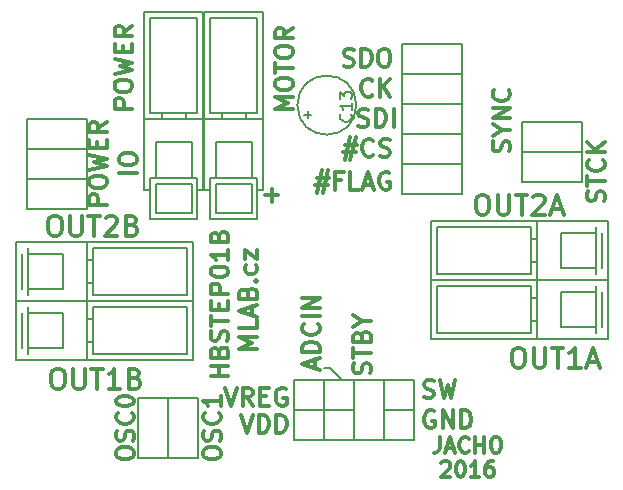
<source format=gbr>
G04 #@! TF.GenerationSoftware,KiCad,Pcbnew,(2017-02-05 revision 431abcf)-makepkg*
G04 #@! TF.CreationDate,2017-03-21T18:26:52+01:00*
G04 #@! TF.ProjectId,HBSTEP01B,4842535445503031422E6B696361645F,rev?*
G04 #@! TF.FileFunction,Legend,Top*
G04 #@! TF.FilePolarity,Positive*
%FSLAX46Y46*%
G04 Gerber Fmt 4.6, Leading zero omitted, Abs format (unit mm)*
G04 Created by KiCad (PCBNEW (2017-02-05 revision 431abcf)-makepkg) date 03/21/17 18:26:52*
%MOMM*%
%LPD*%
G01*
G04 APERTURE LIST*
%ADD10C,0.300000*%
%ADD11C,0.200000*%
%ADD12C,0.150000*%
G04 APERTURE END LIST*
D10*
D11*
X26924000Y10160000D02*
X26416000Y10160000D01*
X27940000Y9144000D02*
X26924000Y10160000D01*
D10*
X35754857Y6465000D02*
X35612000Y6536428D01*
X35397714Y6536428D01*
X35183428Y6465000D01*
X35040571Y6322142D01*
X34969142Y6179285D01*
X34897714Y5893571D01*
X34897714Y5679285D01*
X34969142Y5393571D01*
X35040571Y5250714D01*
X35183428Y5107857D01*
X35397714Y5036428D01*
X35540571Y5036428D01*
X35754857Y5107857D01*
X35826285Y5179285D01*
X35826285Y5679285D01*
X35540571Y5679285D01*
X36469142Y5036428D02*
X36469142Y6536428D01*
X37326285Y5036428D01*
X37326285Y6536428D01*
X38040571Y5036428D02*
X38040571Y6536428D01*
X38397714Y6536428D01*
X38612000Y6465000D01*
X38754857Y6322142D01*
X38826285Y6179285D01*
X38897714Y5893571D01*
X38897714Y5679285D01*
X38826285Y5393571D01*
X38754857Y5250714D01*
X38612000Y5107857D01*
X38397714Y5036428D01*
X38040571Y5036428D01*
X34897714Y7647857D02*
X35112000Y7576428D01*
X35469142Y7576428D01*
X35612000Y7647857D01*
X35683428Y7719285D01*
X35754857Y7862142D01*
X35754857Y8005000D01*
X35683428Y8147857D01*
X35612000Y8219285D01*
X35469142Y8290714D01*
X35183428Y8362142D01*
X35040571Y8433571D01*
X34969142Y8505000D01*
X34897714Y8647857D01*
X34897714Y8790714D01*
X34969142Y8933571D01*
X35040571Y9005000D01*
X35183428Y9076428D01*
X35540571Y9076428D01*
X35754857Y9005000D01*
X36254857Y9076428D02*
X36612000Y7576428D01*
X36897714Y8647857D01*
X37183428Y7576428D01*
X37540571Y9076428D01*
X30531285Y33246285D02*
X30459857Y33174857D01*
X30245571Y33103428D01*
X30102714Y33103428D01*
X29888428Y33174857D01*
X29745571Y33317714D01*
X29674142Y33460571D01*
X29602714Y33746285D01*
X29602714Y33960571D01*
X29674142Y34246285D01*
X29745571Y34389142D01*
X29888428Y34532000D01*
X30102714Y34603428D01*
X30245571Y34603428D01*
X30459857Y34532000D01*
X30531285Y34460571D01*
X31174142Y33103428D02*
X31174142Y34603428D01*
X32031285Y33103428D02*
X31388428Y33960571D01*
X32031285Y34603428D02*
X31174142Y33746285D01*
X16196571Y2758571D02*
X16196571Y3044285D01*
X16268000Y3187142D01*
X16410857Y3330000D01*
X16696571Y3401428D01*
X17196571Y3401428D01*
X17482285Y3330000D01*
X17625142Y3187142D01*
X17696571Y3044285D01*
X17696571Y2758571D01*
X17625142Y2615714D01*
X17482285Y2472857D01*
X17196571Y2401428D01*
X16696571Y2401428D01*
X16410857Y2472857D01*
X16268000Y2615714D01*
X16196571Y2758571D01*
X17625142Y3972857D02*
X17696571Y4187142D01*
X17696571Y4544285D01*
X17625142Y4687142D01*
X17553714Y4758571D01*
X17410857Y4830000D01*
X17268000Y4830000D01*
X17125142Y4758571D01*
X17053714Y4687142D01*
X16982285Y4544285D01*
X16910857Y4258571D01*
X16839428Y4115714D01*
X16768000Y4044285D01*
X16625142Y3972857D01*
X16482285Y3972857D01*
X16339428Y4044285D01*
X16268000Y4115714D01*
X16196571Y4258571D01*
X16196571Y4615714D01*
X16268000Y4830000D01*
X17553714Y6330000D02*
X17625142Y6258571D01*
X17696571Y6044285D01*
X17696571Y5901428D01*
X17625142Y5687142D01*
X17482285Y5544285D01*
X17339428Y5472857D01*
X17053714Y5401428D01*
X16839428Y5401428D01*
X16553714Y5472857D01*
X16410857Y5544285D01*
X16268000Y5687142D01*
X16196571Y5901428D01*
X16196571Y6044285D01*
X16268000Y6258571D01*
X16339428Y6330000D01*
X17696571Y7758571D02*
X17696571Y6901428D01*
X17696571Y7330000D02*
X16196571Y7330000D01*
X16410857Y7187142D01*
X16553714Y7044285D01*
X16625142Y6901428D01*
X8830571Y2758571D02*
X8830571Y3044285D01*
X8902000Y3187142D01*
X9044857Y3330000D01*
X9330571Y3401428D01*
X9830571Y3401428D01*
X10116285Y3330000D01*
X10259142Y3187142D01*
X10330571Y3044285D01*
X10330571Y2758571D01*
X10259142Y2615714D01*
X10116285Y2472857D01*
X9830571Y2401428D01*
X9330571Y2401428D01*
X9044857Y2472857D01*
X8902000Y2615714D01*
X8830571Y2758571D01*
X10259142Y3972857D02*
X10330571Y4187142D01*
X10330571Y4544285D01*
X10259142Y4687142D01*
X10187714Y4758571D01*
X10044857Y4830000D01*
X9902000Y4830000D01*
X9759142Y4758571D01*
X9687714Y4687142D01*
X9616285Y4544285D01*
X9544857Y4258571D01*
X9473428Y4115714D01*
X9402000Y4044285D01*
X9259142Y3972857D01*
X9116285Y3972857D01*
X8973428Y4044285D01*
X8902000Y4115714D01*
X8830571Y4258571D01*
X8830571Y4615714D01*
X8902000Y4830000D01*
X10187714Y6330000D02*
X10259142Y6258571D01*
X10330571Y6044285D01*
X10330571Y5901428D01*
X10259142Y5687142D01*
X10116285Y5544285D01*
X9973428Y5472857D01*
X9687714Y5401428D01*
X9473428Y5401428D01*
X9187714Y5472857D01*
X9044857Y5544285D01*
X8902000Y5687142D01*
X8830571Y5901428D01*
X8830571Y6044285D01*
X8902000Y6258571D01*
X8973428Y6330000D01*
X8830571Y7258571D02*
X8830571Y7401428D01*
X8902000Y7544285D01*
X8973428Y7615714D01*
X9116285Y7687142D01*
X9402000Y7758571D01*
X9759142Y7758571D01*
X10044857Y7687142D01*
X10187714Y7615714D01*
X10259142Y7544285D01*
X10330571Y7401428D01*
X10330571Y7258571D01*
X10259142Y7115714D01*
X10187714Y7044285D01*
X10044857Y6972857D01*
X9759142Y6901428D01*
X9402000Y6901428D01*
X9116285Y6972857D01*
X8973428Y7044285D01*
X8902000Y7115714D01*
X8830571Y7258571D01*
X36224666Y4267904D02*
X36224666Y3339333D01*
X36162761Y3153619D01*
X36038952Y3029809D01*
X35853238Y2967904D01*
X35729428Y2967904D01*
X36781809Y3339333D02*
X37400857Y3339333D01*
X36658000Y2967904D02*
X37091333Y4267904D01*
X37524666Y2967904D01*
X38700857Y3091714D02*
X38638952Y3029809D01*
X38453238Y2967904D01*
X38329428Y2967904D01*
X38143714Y3029809D01*
X38019904Y3153619D01*
X37958000Y3277428D01*
X37896095Y3525047D01*
X37896095Y3710761D01*
X37958000Y3958380D01*
X38019904Y4082190D01*
X38143714Y4206000D01*
X38329428Y4267904D01*
X38453238Y4267904D01*
X38638952Y4206000D01*
X38700857Y4144095D01*
X39258000Y2967904D02*
X39258000Y4267904D01*
X39258000Y3648857D02*
X40000857Y3648857D01*
X40000857Y2967904D02*
X40000857Y4267904D01*
X40867523Y4267904D02*
X41115142Y4267904D01*
X41238952Y4206000D01*
X41362761Y4082190D01*
X41424666Y3834571D01*
X41424666Y3401238D01*
X41362761Y3153619D01*
X41238952Y3029809D01*
X41115142Y2967904D01*
X40867523Y2967904D01*
X40743714Y3029809D01*
X40619904Y3153619D01*
X40558000Y3401238D01*
X40558000Y3834571D01*
X40619904Y4082190D01*
X40743714Y4206000D01*
X40867523Y4267904D01*
X36379428Y2112095D02*
X36441333Y2174000D01*
X36565142Y2235904D01*
X36874666Y2235904D01*
X36998476Y2174000D01*
X37060380Y2112095D01*
X37122285Y1988285D01*
X37122285Y1864476D01*
X37060380Y1678761D01*
X36317523Y935904D01*
X37122285Y935904D01*
X37927047Y2235904D02*
X38050857Y2235904D01*
X38174666Y2174000D01*
X38236571Y2112095D01*
X38298476Y1988285D01*
X38360380Y1740666D01*
X38360380Y1431142D01*
X38298476Y1183523D01*
X38236571Y1059714D01*
X38174666Y997809D01*
X38050857Y935904D01*
X37927047Y935904D01*
X37803238Y997809D01*
X37741333Y1059714D01*
X37679428Y1183523D01*
X37617523Y1431142D01*
X37617523Y1740666D01*
X37679428Y1988285D01*
X37741333Y2112095D01*
X37803238Y2174000D01*
X37927047Y2235904D01*
X39598476Y935904D02*
X38855619Y935904D01*
X39227047Y935904D02*
X39227047Y2235904D01*
X39103238Y2050190D01*
X38979428Y1926380D01*
X38855619Y1864476D01*
X40712761Y2235904D02*
X40465142Y2235904D01*
X40341333Y2174000D01*
X40279428Y2112095D01*
X40155619Y1926380D01*
X40093714Y1678761D01*
X40093714Y1183523D01*
X40155619Y1059714D01*
X40217523Y997809D01*
X40341333Y935904D01*
X40588952Y935904D01*
X40712761Y997809D01*
X40774666Y1059714D01*
X40836571Y1183523D01*
X40836571Y1493047D01*
X40774666Y1616857D01*
X40712761Y1678761D01*
X40588952Y1740666D01*
X40341333Y1740666D01*
X40217523Y1678761D01*
X40155619Y1616857D01*
X40093714Y1493047D01*
X18331571Y9422571D02*
X16831571Y9422571D01*
X17545857Y9422571D02*
X17545857Y10279714D01*
X18331571Y10279714D02*
X16831571Y10279714D01*
X17545857Y11494000D02*
X17617285Y11708285D01*
X17688714Y11779714D01*
X17831571Y11851142D01*
X18045857Y11851142D01*
X18188714Y11779714D01*
X18260142Y11708285D01*
X18331571Y11565428D01*
X18331571Y10994000D01*
X16831571Y10994000D01*
X16831571Y11494000D01*
X16903000Y11636857D01*
X16974428Y11708285D01*
X17117285Y11779714D01*
X17260142Y11779714D01*
X17403000Y11708285D01*
X17474428Y11636857D01*
X17545857Y11494000D01*
X17545857Y10994000D01*
X18260142Y12422571D02*
X18331571Y12636857D01*
X18331571Y12994000D01*
X18260142Y13136857D01*
X18188714Y13208285D01*
X18045857Y13279714D01*
X17903000Y13279714D01*
X17760142Y13208285D01*
X17688714Y13136857D01*
X17617285Y12994000D01*
X17545857Y12708285D01*
X17474428Y12565428D01*
X17403000Y12494000D01*
X17260142Y12422571D01*
X17117285Y12422571D01*
X16974428Y12494000D01*
X16903000Y12565428D01*
X16831571Y12708285D01*
X16831571Y13065428D01*
X16903000Y13279714D01*
X16831571Y13708285D02*
X16831571Y14565428D01*
X18331571Y14136857D02*
X16831571Y14136857D01*
X17545857Y15065428D02*
X17545857Y15565428D01*
X18331571Y15779714D02*
X18331571Y15065428D01*
X16831571Y15065428D01*
X16831571Y15779714D01*
X18331571Y16422571D02*
X16831571Y16422571D01*
X16831571Y16994000D01*
X16903000Y17136857D01*
X16974428Y17208285D01*
X17117285Y17279714D01*
X17331571Y17279714D01*
X17474428Y17208285D01*
X17545857Y17136857D01*
X17617285Y16994000D01*
X17617285Y16422571D01*
X16831571Y18208285D02*
X16831571Y18351142D01*
X16903000Y18494000D01*
X16974428Y18565428D01*
X17117285Y18636857D01*
X17403000Y18708285D01*
X17760142Y18708285D01*
X18045857Y18636857D01*
X18188714Y18565428D01*
X18260142Y18494000D01*
X18331571Y18351142D01*
X18331571Y18208285D01*
X18260142Y18065428D01*
X18188714Y17994000D01*
X18045857Y17922571D01*
X17760142Y17851142D01*
X17403000Y17851142D01*
X17117285Y17922571D01*
X16974428Y17994000D01*
X16903000Y18065428D01*
X16831571Y18208285D01*
X18331571Y20136857D02*
X18331571Y19279714D01*
X18331571Y19708285D02*
X16831571Y19708285D01*
X17045857Y19565428D01*
X17188714Y19422571D01*
X17260142Y19279714D01*
X17545857Y21279714D02*
X17617285Y21494000D01*
X17688714Y21565428D01*
X17831571Y21636857D01*
X18045857Y21636857D01*
X18188714Y21565428D01*
X18260142Y21494000D01*
X18331571Y21351142D01*
X18331571Y20779714D01*
X16831571Y20779714D01*
X16831571Y21279714D01*
X16903000Y21422571D01*
X16974428Y21494000D01*
X17117285Y21565428D01*
X17260142Y21565428D01*
X17403000Y21494000D01*
X17474428Y21422571D01*
X17545857Y21279714D01*
X17545857Y20779714D01*
X20744571Y11767857D02*
X19244571Y11767857D01*
X20316000Y12267857D01*
X19244571Y12767857D01*
X20744571Y12767857D01*
X20744571Y14196428D02*
X20744571Y13482142D01*
X19244571Y13482142D01*
X20316000Y14625000D02*
X20316000Y15339285D01*
X20744571Y14482142D02*
X19244571Y14982142D01*
X20744571Y15482142D01*
X19958857Y16482142D02*
X20030285Y16696428D01*
X20101714Y16767857D01*
X20244571Y16839285D01*
X20458857Y16839285D01*
X20601714Y16767857D01*
X20673142Y16696428D01*
X20744571Y16553571D01*
X20744571Y15982142D01*
X19244571Y15982142D01*
X19244571Y16482142D01*
X19316000Y16625000D01*
X19387428Y16696428D01*
X19530285Y16767857D01*
X19673142Y16767857D01*
X19816000Y16696428D01*
X19887428Y16625000D01*
X19958857Y16482142D01*
X19958857Y15982142D01*
X20601714Y17482142D02*
X20673142Y17553571D01*
X20744571Y17482142D01*
X20673142Y17410714D01*
X20601714Y17482142D01*
X20744571Y17482142D01*
X20673142Y18839285D02*
X20744571Y18696428D01*
X20744571Y18410714D01*
X20673142Y18267857D01*
X20601714Y18196428D01*
X20458857Y18125000D01*
X20030285Y18125000D01*
X19887428Y18196428D01*
X19816000Y18267857D01*
X19744571Y18410714D01*
X19744571Y18696428D01*
X19816000Y18839285D01*
X19744571Y19339285D02*
X19744571Y20125000D01*
X20744571Y19339285D01*
X20744571Y20125000D01*
X30325142Y9672142D02*
X30396571Y9886428D01*
X30396571Y10243571D01*
X30325142Y10386428D01*
X30253714Y10457857D01*
X30110857Y10529285D01*
X29968000Y10529285D01*
X29825142Y10457857D01*
X29753714Y10386428D01*
X29682285Y10243571D01*
X29610857Y9957857D01*
X29539428Y9815000D01*
X29468000Y9743571D01*
X29325142Y9672142D01*
X29182285Y9672142D01*
X29039428Y9743571D01*
X28968000Y9815000D01*
X28896571Y9957857D01*
X28896571Y10315000D01*
X28968000Y10529285D01*
X28896571Y10957857D02*
X28896571Y11815000D01*
X30396571Y11386428D02*
X28896571Y11386428D01*
X29610857Y12815000D02*
X29682285Y13029285D01*
X29753714Y13100714D01*
X29896571Y13172142D01*
X30110857Y13172142D01*
X30253714Y13100714D01*
X30325142Y13029285D01*
X30396571Y12886428D01*
X30396571Y12315000D01*
X28896571Y12315000D01*
X28896571Y12815000D01*
X28968000Y12957857D01*
X29039428Y13029285D01*
X29182285Y13100714D01*
X29325142Y13100714D01*
X29468000Y13029285D01*
X29539428Y12957857D01*
X29610857Y12815000D01*
X29610857Y12315000D01*
X29682285Y14100714D02*
X30396571Y14100714D01*
X28896571Y13600714D02*
X29682285Y14100714D01*
X28896571Y14600714D01*
X25650000Y10132714D02*
X25650000Y10847000D01*
X26078571Y9989857D02*
X24578571Y10489857D01*
X26078571Y10989857D01*
X26078571Y11489857D02*
X24578571Y11489857D01*
X24578571Y11847000D01*
X24650000Y12061285D01*
X24792857Y12204142D01*
X24935714Y12275571D01*
X25221428Y12347000D01*
X25435714Y12347000D01*
X25721428Y12275571D01*
X25864285Y12204142D01*
X26007142Y12061285D01*
X26078571Y11847000D01*
X26078571Y11489857D01*
X25935714Y13847000D02*
X26007142Y13775571D01*
X26078571Y13561285D01*
X26078571Y13418428D01*
X26007142Y13204142D01*
X25864285Y13061285D01*
X25721428Y12989857D01*
X25435714Y12918428D01*
X25221428Y12918428D01*
X24935714Y12989857D01*
X24792857Y13061285D01*
X24650000Y13204142D01*
X24578571Y13418428D01*
X24578571Y13561285D01*
X24650000Y13775571D01*
X24721428Y13847000D01*
X26078571Y14489857D02*
X24578571Y14489857D01*
X26078571Y15204142D02*
X24578571Y15204142D01*
X26078571Y16061285D01*
X24578571Y16061285D01*
X18054000Y8441428D02*
X18554000Y6941428D01*
X19054000Y8441428D01*
X20411142Y6941428D02*
X19911142Y7655714D01*
X19554000Y6941428D02*
X19554000Y8441428D01*
X20125428Y8441428D01*
X20268285Y8370000D01*
X20339714Y8298571D01*
X20411142Y8155714D01*
X20411142Y7941428D01*
X20339714Y7798571D01*
X20268285Y7727142D01*
X20125428Y7655714D01*
X19554000Y7655714D01*
X21054000Y7727142D02*
X21554000Y7727142D01*
X21768285Y6941428D02*
X21054000Y6941428D01*
X21054000Y8441428D01*
X21768285Y8441428D01*
X23196857Y8370000D02*
X23054000Y8441428D01*
X22839714Y8441428D01*
X22625428Y8370000D01*
X22482571Y8227142D01*
X22411142Y8084285D01*
X22339714Y7798571D01*
X22339714Y7584285D01*
X22411142Y7298571D01*
X22482571Y7155714D01*
X22625428Y7012857D01*
X22839714Y6941428D01*
X22982571Y6941428D01*
X23196857Y7012857D01*
X23268285Y7084285D01*
X23268285Y7584285D01*
X22982571Y7584285D01*
X19411142Y6155428D02*
X19911142Y4655428D01*
X20411142Y6155428D01*
X20911142Y4655428D02*
X20911142Y6155428D01*
X21268285Y6155428D01*
X21482571Y6084000D01*
X21625428Y5941142D01*
X21696857Y5798285D01*
X21768285Y5512571D01*
X21768285Y5298285D01*
X21696857Y5012571D01*
X21625428Y4869714D01*
X21482571Y4726857D01*
X21268285Y4655428D01*
X20911142Y4655428D01*
X22411142Y4655428D02*
X22411142Y6155428D01*
X22768285Y6155428D01*
X22982571Y6084000D01*
X23125428Y5941142D01*
X23196857Y5798285D01*
X23268285Y5512571D01*
X23268285Y5298285D01*
X23196857Y5012571D01*
X23125428Y4869714D01*
X22982571Y4726857D01*
X22768285Y4655428D01*
X22411142Y4655428D01*
X25817000Y26229428D02*
X26888428Y26229428D01*
X26245571Y26872285D02*
X25817000Y24943714D01*
X26745571Y25586571D02*
X25674142Y25586571D01*
X26317000Y24943714D02*
X26745571Y26872285D01*
X27888428Y26015142D02*
X27388428Y26015142D01*
X27388428Y25229428D02*
X27388428Y26729428D01*
X28102714Y26729428D01*
X29388428Y25229428D02*
X28674142Y25229428D01*
X28674142Y26729428D01*
X29817000Y25658000D02*
X30531285Y25658000D01*
X29674142Y25229428D02*
X30174142Y26729428D01*
X30674142Y25229428D01*
X31959857Y26658000D02*
X31817000Y26729428D01*
X31602714Y26729428D01*
X31388428Y26658000D01*
X31245571Y26515142D01*
X31174142Y26372285D01*
X31102714Y26086571D01*
X31102714Y25872285D01*
X31174142Y25586571D01*
X31245571Y25443714D01*
X31388428Y25300857D01*
X31602714Y25229428D01*
X31745571Y25229428D01*
X31959857Y25300857D01*
X32031285Y25372285D01*
X32031285Y25872285D01*
X31745571Y25872285D01*
X42136142Y28468000D02*
X42207571Y28682285D01*
X42207571Y29039428D01*
X42136142Y29182285D01*
X42064714Y29253714D01*
X41921857Y29325142D01*
X41779000Y29325142D01*
X41636142Y29253714D01*
X41564714Y29182285D01*
X41493285Y29039428D01*
X41421857Y28753714D01*
X41350428Y28610857D01*
X41279000Y28539428D01*
X41136142Y28468000D01*
X40993285Y28468000D01*
X40850428Y28539428D01*
X40779000Y28610857D01*
X40707571Y28753714D01*
X40707571Y29110857D01*
X40779000Y29325142D01*
X41493285Y30253714D02*
X42207571Y30253714D01*
X40707571Y29753714D02*
X41493285Y30253714D01*
X40707571Y30753714D01*
X42207571Y31253714D02*
X40707571Y31253714D01*
X42207571Y32110857D01*
X40707571Y32110857D01*
X42064714Y33682285D02*
X42136142Y33610857D01*
X42207571Y33396571D01*
X42207571Y33253714D01*
X42136142Y33039428D01*
X41993285Y32896571D01*
X41850428Y32825142D01*
X41564714Y32753714D01*
X41350428Y32753714D01*
X41064714Y32825142D01*
X40921857Y32896571D01*
X40779000Y33039428D01*
X40707571Y33253714D01*
X40707571Y33396571D01*
X40779000Y33610857D01*
X40850428Y33682285D01*
X29340857Y30634857D02*
X29555142Y30563428D01*
X29912285Y30563428D01*
X30055142Y30634857D01*
X30126571Y30706285D01*
X30198000Y30849142D01*
X30198000Y30992000D01*
X30126571Y31134857D01*
X30055142Y31206285D01*
X29912285Y31277714D01*
X29626571Y31349142D01*
X29483714Y31420571D01*
X29412285Y31492000D01*
X29340857Y31634857D01*
X29340857Y31777714D01*
X29412285Y31920571D01*
X29483714Y31992000D01*
X29626571Y32063428D01*
X29983714Y32063428D01*
X30198000Y31992000D01*
X30840857Y30563428D02*
X30840857Y32063428D01*
X31198000Y32063428D01*
X31412285Y31992000D01*
X31555142Y31849142D01*
X31626571Y31706285D01*
X31698000Y31420571D01*
X31698000Y31206285D01*
X31626571Y30920571D01*
X31555142Y30777714D01*
X31412285Y30634857D01*
X31198000Y30563428D01*
X30840857Y30563428D01*
X32340857Y30563428D02*
X32340857Y32063428D01*
X28102714Y35714857D02*
X28317000Y35643428D01*
X28674142Y35643428D01*
X28817000Y35714857D01*
X28888428Y35786285D01*
X28959857Y35929142D01*
X28959857Y36072000D01*
X28888428Y36214857D01*
X28817000Y36286285D01*
X28674142Y36357714D01*
X28388428Y36429142D01*
X28245571Y36500571D01*
X28174142Y36572000D01*
X28102714Y36714857D01*
X28102714Y36857714D01*
X28174142Y37000571D01*
X28245571Y37072000D01*
X28388428Y37143428D01*
X28745571Y37143428D01*
X28959857Y37072000D01*
X29602714Y35643428D02*
X29602714Y37143428D01*
X29959857Y37143428D01*
X30174142Y37072000D01*
X30317000Y36929142D01*
X30388428Y36786285D01*
X30459857Y36500571D01*
X30459857Y36286285D01*
X30388428Y36000571D01*
X30317000Y35857714D01*
X30174142Y35714857D01*
X29959857Y35643428D01*
X29602714Y35643428D01*
X31388428Y37143428D02*
X31674142Y37143428D01*
X31817000Y37072000D01*
X31959857Y36929142D01*
X32031285Y36643428D01*
X32031285Y36143428D01*
X31959857Y35857714D01*
X31817000Y35714857D01*
X31674142Y35643428D01*
X31388428Y35643428D01*
X31245571Y35714857D01*
X31102714Y35857714D01*
X31031285Y36143428D01*
X31031285Y36643428D01*
X31102714Y36929142D01*
X31245571Y37072000D01*
X31388428Y37143428D01*
X50137142Y24237285D02*
X50208571Y24451571D01*
X50208571Y24808714D01*
X50137142Y24951571D01*
X50065714Y25023000D01*
X49922857Y25094428D01*
X49780000Y25094428D01*
X49637142Y25023000D01*
X49565714Y24951571D01*
X49494285Y24808714D01*
X49422857Y24523000D01*
X49351428Y24380142D01*
X49280000Y24308714D01*
X49137142Y24237285D01*
X48994285Y24237285D01*
X48851428Y24308714D01*
X48780000Y24380142D01*
X48708571Y24523000D01*
X48708571Y24880142D01*
X48780000Y25094428D01*
X48708571Y25523000D02*
X48708571Y26380142D01*
X50208571Y25951571D02*
X48708571Y25951571D01*
X50065714Y27737285D02*
X50137142Y27665857D01*
X50208571Y27451571D01*
X50208571Y27308714D01*
X50137142Y27094428D01*
X49994285Y26951571D01*
X49851428Y26880142D01*
X49565714Y26808714D01*
X49351428Y26808714D01*
X49065714Y26880142D01*
X48922857Y26951571D01*
X48780000Y27094428D01*
X48708571Y27308714D01*
X48708571Y27451571D01*
X48780000Y27665857D01*
X48851428Y27737285D01*
X50208571Y28380142D02*
X48708571Y28380142D01*
X50208571Y29237285D02*
X49351428Y28594428D01*
X48708571Y29237285D02*
X49565714Y28380142D01*
X28174142Y29023428D02*
X29245571Y29023428D01*
X28602714Y29666285D02*
X28174142Y27737714D01*
X29102714Y28380571D02*
X28031285Y28380571D01*
X28674142Y27737714D02*
X29102714Y29666285D01*
X30602714Y28166285D02*
X30531285Y28094857D01*
X30317000Y28023428D01*
X30174142Y28023428D01*
X29959857Y28094857D01*
X29817000Y28237714D01*
X29745571Y28380571D01*
X29674142Y28666285D01*
X29674142Y28880571D01*
X29745571Y29166285D01*
X29817000Y29309142D01*
X29959857Y29452000D01*
X30174142Y29523428D01*
X30317000Y29523428D01*
X30531285Y29452000D01*
X30602714Y29380571D01*
X31174142Y28094857D02*
X31388428Y28023428D01*
X31745571Y28023428D01*
X31888428Y28094857D01*
X31959857Y28166285D01*
X32031285Y28309142D01*
X32031285Y28452000D01*
X31959857Y28594857D01*
X31888428Y28666285D01*
X31745571Y28737714D01*
X31459857Y28809142D01*
X31317000Y28880571D01*
X31245571Y28952000D01*
X31174142Y29094857D01*
X31174142Y29237714D01*
X31245571Y29380571D01*
X31317000Y29452000D01*
X31459857Y29523428D01*
X31817000Y29523428D01*
X32031285Y29452000D01*
X23792571Y32040142D02*
X22292571Y32040142D01*
X23364000Y32540142D01*
X22292571Y33040142D01*
X23792571Y33040142D01*
X22292571Y34040142D02*
X22292571Y34325857D01*
X22364000Y34468714D01*
X22506857Y34611571D01*
X22792571Y34683000D01*
X23292571Y34683000D01*
X23578285Y34611571D01*
X23721142Y34468714D01*
X23792571Y34325857D01*
X23792571Y34040142D01*
X23721142Y33897285D01*
X23578285Y33754428D01*
X23292571Y33683000D01*
X22792571Y33683000D01*
X22506857Y33754428D01*
X22364000Y33897285D01*
X22292571Y34040142D01*
X22292571Y35111571D02*
X22292571Y35968714D01*
X23792571Y35540142D02*
X22292571Y35540142D01*
X22292571Y36754428D02*
X22292571Y37040142D01*
X22364000Y37183000D01*
X22506857Y37325857D01*
X22792571Y37397285D01*
X23292571Y37397285D01*
X23578285Y37325857D01*
X23721142Y37183000D01*
X23792571Y37040142D01*
X23792571Y36754428D01*
X23721142Y36611571D01*
X23578285Y36468714D01*
X23292571Y36397285D01*
X22792571Y36397285D01*
X22506857Y36468714D01*
X22364000Y36611571D01*
X22292571Y36754428D01*
X23792571Y38897285D02*
X23078285Y38397285D01*
X23792571Y38040142D02*
X22292571Y38040142D01*
X22292571Y38611571D01*
X22364000Y38754428D01*
X22435428Y38825857D01*
X22578285Y38897285D01*
X22792571Y38897285D01*
X22935428Y38825857D01*
X23006857Y38754428D01*
X23078285Y38611571D01*
X23078285Y38040142D01*
X10203571Y32095714D02*
X8703571Y32095714D01*
X8703571Y32667142D01*
X8775000Y32810000D01*
X8846428Y32881428D01*
X8989285Y32952857D01*
X9203571Y32952857D01*
X9346428Y32881428D01*
X9417857Y32810000D01*
X9489285Y32667142D01*
X9489285Y32095714D01*
X8703571Y33881428D02*
X8703571Y34167142D01*
X8775000Y34310000D01*
X8917857Y34452857D01*
X9203571Y34524285D01*
X9703571Y34524285D01*
X9989285Y34452857D01*
X10132142Y34310000D01*
X10203571Y34167142D01*
X10203571Y33881428D01*
X10132142Y33738571D01*
X9989285Y33595714D01*
X9703571Y33524285D01*
X9203571Y33524285D01*
X8917857Y33595714D01*
X8775000Y33738571D01*
X8703571Y33881428D01*
X8703571Y35024285D02*
X10203571Y35381428D01*
X9132142Y35667142D01*
X10203571Y35952857D01*
X8703571Y36310000D01*
X9417857Y36881428D02*
X9417857Y37381428D01*
X10203571Y37595714D02*
X10203571Y36881428D01*
X8703571Y36881428D01*
X8703571Y37595714D01*
X10203571Y39095714D02*
X9489285Y38595714D01*
X10203571Y38238571D02*
X8703571Y38238571D01*
X8703571Y38810000D01*
X8775000Y38952857D01*
X8846428Y39024285D01*
X8989285Y39095714D01*
X9203571Y39095714D01*
X9346428Y39024285D01*
X9417857Y38952857D01*
X9489285Y38810000D01*
X9489285Y38238571D01*
X8039571Y23967714D02*
X6539571Y23967714D01*
X6539571Y24539142D01*
X6611000Y24682000D01*
X6682428Y24753428D01*
X6825285Y24824857D01*
X7039571Y24824857D01*
X7182428Y24753428D01*
X7253857Y24682000D01*
X7325285Y24539142D01*
X7325285Y23967714D01*
X6539571Y25753428D02*
X6539571Y26039142D01*
X6611000Y26182000D01*
X6753857Y26324857D01*
X7039571Y26396285D01*
X7539571Y26396285D01*
X7825285Y26324857D01*
X7968142Y26182000D01*
X8039571Y26039142D01*
X8039571Y25753428D01*
X7968142Y25610571D01*
X7825285Y25467714D01*
X7539571Y25396285D01*
X7039571Y25396285D01*
X6753857Y25467714D01*
X6611000Y25610571D01*
X6539571Y25753428D01*
X6539571Y26896285D02*
X8039571Y27253428D01*
X6968142Y27539142D01*
X8039571Y27824857D01*
X6539571Y28182000D01*
X7253857Y28753428D02*
X7253857Y29253428D01*
X8039571Y29467714D02*
X8039571Y28753428D01*
X6539571Y28753428D01*
X6539571Y29467714D01*
X8039571Y30967714D02*
X7325285Y30467714D01*
X8039571Y30110571D02*
X6539571Y30110571D01*
X6539571Y30682000D01*
X6611000Y30824857D01*
X6682428Y30896285D01*
X6825285Y30967714D01*
X7039571Y30967714D01*
X7182428Y30896285D01*
X7253857Y30824857D01*
X7325285Y30682000D01*
X7325285Y30110571D01*
X10589571Y26646285D02*
X9089571Y26646285D01*
X9089571Y27646285D02*
X9089571Y27932000D01*
X9161000Y28074857D01*
X9303857Y28217714D01*
X9589571Y28289142D01*
X10089571Y28289142D01*
X10375285Y28217714D01*
X10518142Y28074857D01*
X10589571Y27932000D01*
X10589571Y27646285D01*
X10518142Y27503428D01*
X10375285Y27360571D01*
X10089571Y27289142D01*
X9589571Y27289142D01*
X9303857Y27360571D01*
X9161000Y27503428D01*
X9089571Y27646285D01*
X22567828Y24734057D02*
X21424971Y24734057D01*
X21996400Y24162628D02*
X21996400Y25305485D01*
X3752476Y10074952D02*
X4076285Y10074952D01*
X4238190Y9994000D01*
X4400095Y9832095D01*
X4481047Y9508285D01*
X4481047Y8941619D01*
X4400095Y8617809D01*
X4238190Y8455904D01*
X4076285Y8374952D01*
X3752476Y8374952D01*
X3590571Y8455904D01*
X3428666Y8617809D01*
X3347714Y8941619D01*
X3347714Y9508285D01*
X3428666Y9832095D01*
X3590571Y9994000D01*
X3752476Y10074952D01*
X5209619Y10074952D02*
X5209619Y8698761D01*
X5290571Y8536857D01*
X5371523Y8455904D01*
X5533428Y8374952D01*
X5857238Y8374952D01*
X6019142Y8455904D01*
X6100095Y8536857D01*
X6181047Y8698761D01*
X6181047Y10074952D01*
X6747714Y10074952D02*
X7719142Y10074952D01*
X7233428Y8374952D02*
X7233428Y10074952D01*
X9176285Y8374952D02*
X8204857Y8374952D01*
X8690571Y8374952D02*
X8690571Y10074952D01*
X8528666Y9832095D01*
X8366761Y9670190D01*
X8204857Y9589238D01*
X10471523Y9265428D02*
X10714380Y9184476D01*
X10795333Y9103523D01*
X10876285Y8941619D01*
X10876285Y8698761D01*
X10795333Y8536857D01*
X10714380Y8455904D01*
X10552476Y8374952D01*
X9904857Y8374952D01*
X9904857Y10074952D01*
X10471523Y10074952D01*
X10633428Y9994000D01*
X10714380Y9913047D01*
X10795333Y9751142D01*
X10795333Y9589238D01*
X10714380Y9427333D01*
X10633428Y9346380D01*
X10471523Y9265428D01*
X9904857Y9265428D01*
X3498476Y23028952D02*
X3822285Y23028952D01*
X3984190Y22948000D01*
X4146095Y22786095D01*
X4227047Y22462285D01*
X4227047Y21895619D01*
X4146095Y21571809D01*
X3984190Y21409904D01*
X3822285Y21328952D01*
X3498476Y21328952D01*
X3336571Y21409904D01*
X3174666Y21571809D01*
X3093714Y21895619D01*
X3093714Y22462285D01*
X3174666Y22786095D01*
X3336571Y22948000D01*
X3498476Y23028952D01*
X4955619Y23028952D02*
X4955619Y21652761D01*
X5036571Y21490857D01*
X5117523Y21409904D01*
X5279428Y21328952D01*
X5603238Y21328952D01*
X5765142Y21409904D01*
X5846095Y21490857D01*
X5927047Y21652761D01*
X5927047Y23028952D01*
X6493714Y23028952D02*
X7465142Y23028952D01*
X6979428Y21328952D02*
X6979428Y23028952D01*
X7950857Y22867047D02*
X8031809Y22948000D01*
X8193714Y23028952D01*
X8598476Y23028952D01*
X8760380Y22948000D01*
X8841333Y22867047D01*
X8922285Y22705142D01*
X8922285Y22543238D01*
X8841333Y22300380D01*
X7869904Y21328952D01*
X8922285Y21328952D01*
X10217523Y22219428D02*
X10460380Y22138476D01*
X10541333Y22057523D01*
X10622285Y21895619D01*
X10622285Y21652761D01*
X10541333Y21490857D01*
X10460380Y21409904D01*
X10298476Y21328952D01*
X9650857Y21328952D01*
X9650857Y23028952D01*
X10217523Y23028952D01*
X10379428Y22948000D01*
X10460380Y22867047D01*
X10541333Y22705142D01*
X10541333Y22543238D01*
X10460380Y22381333D01*
X10379428Y22300380D01*
X10217523Y22219428D01*
X9650857Y22219428D01*
X39687904Y24806952D02*
X40011714Y24806952D01*
X40173619Y24726000D01*
X40335523Y24564095D01*
X40416476Y24240285D01*
X40416476Y23673619D01*
X40335523Y23349809D01*
X40173619Y23187904D01*
X40011714Y23106952D01*
X39687904Y23106952D01*
X39526000Y23187904D01*
X39364095Y23349809D01*
X39283142Y23673619D01*
X39283142Y24240285D01*
X39364095Y24564095D01*
X39526000Y24726000D01*
X39687904Y24806952D01*
X41145047Y24806952D02*
X41145047Y23430761D01*
X41226000Y23268857D01*
X41306952Y23187904D01*
X41468857Y23106952D01*
X41792666Y23106952D01*
X41954571Y23187904D01*
X42035523Y23268857D01*
X42116476Y23430761D01*
X42116476Y24806952D01*
X42683142Y24806952D02*
X43654571Y24806952D01*
X43168857Y23106952D02*
X43168857Y24806952D01*
X44140285Y24645047D02*
X44221238Y24726000D01*
X44383142Y24806952D01*
X44787904Y24806952D01*
X44949809Y24726000D01*
X45030761Y24645047D01*
X45111714Y24483142D01*
X45111714Y24321238D01*
X45030761Y24078380D01*
X44059333Y23106952D01*
X45111714Y23106952D01*
X45759333Y23592666D02*
X46568857Y23592666D01*
X45597428Y23106952D02*
X46164095Y24806952D01*
X46730761Y23106952D01*
X42735904Y11852952D02*
X43059714Y11852952D01*
X43221619Y11772000D01*
X43383523Y11610095D01*
X43464476Y11286285D01*
X43464476Y10719619D01*
X43383523Y10395809D01*
X43221619Y10233904D01*
X43059714Y10152952D01*
X42735904Y10152952D01*
X42574000Y10233904D01*
X42412095Y10395809D01*
X42331142Y10719619D01*
X42331142Y11286285D01*
X42412095Y11610095D01*
X42574000Y11772000D01*
X42735904Y11852952D01*
X44193047Y11852952D02*
X44193047Y10476761D01*
X44274000Y10314857D01*
X44354952Y10233904D01*
X44516857Y10152952D01*
X44840666Y10152952D01*
X45002571Y10233904D01*
X45083523Y10314857D01*
X45164476Y10476761D01*
X45164476Y11852952D01*
X45731142Y11852952D02*
X46702571Y11852952D01*
X46216857Y10152952D02*
X46216857Y11852952D01*
X48159714Y10152952D02*
X47188285Y10152952D01*
X47674000Y10152952D02*
X47674000Y11852952D01*
X47512095Y11610095D01*
X47350190Y11448190D01*
X47188285Y11367238D01*
X48807333Y10638666D02*
X49616857Y10638666D01*
X48645428Y10152952D02*
X49212095Y11852952D01*
X49778761Y10152952D01*
D12*
X11216000Y25226000D02*
X11716000Y25226000D01*
X15716000Y25226000D02*
X16216000Y25226000D01*
X11215900Y31226000D02*
X16216100Y31226000D01*
X11215900Y40226000D02*
X16216100Y40226000D01*
X12215000Y23226000D02*
X15217000Y23226000D01*
X12215000Y25725900D02*
X15217000Y25725900D01*
X15716000Y22725900D02*
X11716000Y22725900D01*
X15716000Y26226000D02*
X11716000Y26226000D01*
X12215900Y29226000D02*
X15216100Y29226000D01*
X15716000Y31726100D02*
X11716000Y31726100D01*
X11716000Y39726100D02*
X15716000Y39726100D01*
X12716000Y31726100D02*
X12716000Y31226000D01*
X12216000Y25725900D02*
X12216000Y23226000D01*
X11716000Y26226000D02*
X11716000Y22725900D01*
X14716000Y31726100D02*
X14716000Y31226000D01*
X15216000Y25725900D02*
X15216000Y23226000D01*
X15716000Y26226000D02*
X15716000Y22725000D01*
X12216000Y29226000D02*
X12216000Y26226000D01*
X11716000Y39726100D02*
X11716000Y31726100D01*
X11216000Y31226000D02*
X11216000Y25226000D01*
X15216000Y29226000D02*
X15216000Y26226000D01*
X15716000Y39726100D02*
X15716000Y31726100D01*
X16216000Y31226000D02*
X16216000Y25226000D01*
X11216000Y31226000D02*
X11216000Y40226000D01*
X16216000Y40226000D02*
X16216000Y31226000D01*
X16296000Y25226000D02*
X16796000Y25226000D01*
X20796000Y25226000D02*
X21296000Y25226000D01*
X16295900Y31226000D02*
X21296100Y31226000D01*
X16295900Y40226000D02*
X21296100Y40226000D01*
X17295000Y23226000D02*
X20297000Y23226000D01*
X17295000Y25725900D02*
X20297000Y25725900D01*
X20796000Y22725900D02*
X16796000Y22725900D01*
X20796000Y26226000D02*
X16796000Y26226000D01*
X17295900Y29226000D02*
X20296100Y29226000D01*
X20796000Y31726100D02*
X16796000Y31726100D01*
X16796000Y39726100D02*
X20796000Y39726100D01*
X17796000Y31726100D02*
X17796000Y31226000D01*
X17296000Y25725900D02*
X17296000Y23226000D01*
X16796000Y26226000D02*
X16796000Y22725900D01*
X19796000Y31726100D02*
X19796000Y31226000D01*
X20296000Y25725900D02*
X20296000Y23226000D01*
X20796000Y26226000D02*
X20796000Y22725000D01*
X17296000Y29226000D02*
X17296000Y26226000D01*
X16796000Y39726100D02*
X16796000Y31726100D01*
X16296000Y31226000D02*
X16296000Y25226000D01*
X20296000Y29226000D02*
X20296000Y26226000D01*
X20796000Y39726100D02*
X20796000Y31726100D01*
X21296000Y31226000D02*
X21296000Y25226000D01*
X16296000Y31226000D02*
X16296000Y40226000D01*
X21296000Y40226000D02*
X21296000Y31226000D01*
X26416000Y6604000D02*
X28956000Y6604000D01*
X28956000Y6604000D02*
X28956000Y4064000D01*
X28956000Y4064000D02*
X26416000Y4064000D01*
X26416000Y4064000D02*
X26416000Y6604000D01*
X26416000Y9144000D02*
X28956000Y9144000D01*
X28956000Y9144000D02*
X28956000Y6604000D01*
X28956000Y6604000D02*
X26416000Y6604000D01*
X26416000Y6604000D02*
X26416000Y9144000D01*
X23876000Y9144000D02*
X26416000Y9144000D01*
X26416000Y9144000D02*
X26416000Y6604000D01*
X26416000Y6604000D02*
X23876000Y6604000D01*
X23876000Y6604000D02*
X23876000Y9144000D01*
X23876000Y6604000D02*
X26416000Y6604000D01*
X26416000Y6604000D02*
X26416000Y4064000D01*
X26416000Y4064000D02*
X23876000Y4064000D01*
X23876000Y4064000D02*
X23876000Y6604000D01*
X10668000Y2540000D02*
X10668000Y7620000D01*
X10668000Y7620000D02*
X13208000Y7620000D01*
X13208000Y7620000D02*
X13208000Y2540000D01*
X13208000Y2540000D02*
X10668000Y2540000D01*
X13208000Y2540000D02*
X13208000Y7620000D01*
X13208000Y7620000D02*
X15748000Y7620000D01*
X15748000Y7620000D02*
X15748000Y2540000D01*
X15748000Y2540000D02*
X13208000Y2540000D01*
X33020000Y32512000D02*
X38100000Y32512000D01*
X38100000Y32512000D02*
X38100000Y29972000D01*
X38100000Y29972000D02*
X33020000Y29972000D01*
X33020000Y29972000D02*
X33020000Y32512000D01*
X33020000Y35052000D02*
X38100000Y35052000D01*
X38100000Y35052000D02*
X38100000Y32512000D01*
X38100000Y32512000D02*
X33020000Y32512000D01*
X33020000Y32512000D02*
X33020000Y35052000D01*
X33020000Y29972000D02*
X38100000Y29972000D01*
X38100000Y29972000D02*
X38100000Y27432000D01*
X38100000Y27432000D02*
X33020000Y27432000D01*
X33020000Y27432000D02*
X33020000Y29972000D01*
X28956000Y4064000D02*
X28956000Y9144000D01*
X28956000Y9144000D02*
X31496000Y9144000D01*
X31496000Y9144000D02*
X31496000Y4064000D01*
X31496000Y4064000D02*
X28956000Y4064000D01*
X43180000Y28448000D02*
X48260000Y28448000D01*
X48260000Y28448000D02*
X48260000Y25908000D01*
X48260000Y25908000D02*
X43180000Y25908000D01*
X43180000Y25908000D02*
X43180000Y28448000D01*
X43180000Y30988000D02*
X48260000Y30988000D01*
X48260000Y30988000D02*
X48260000Y28448000D01*
X48260000Y28448000D02*
X43180000Y28448000D01*
X43180000Y28448000D02*
X43180000Y30988000D01*
X33020000Y27432000D02*
X38100000Y27432000D01*
X38100000Y27432000D02*
X38100000Y24892000D01*
X38100000Y24892000D02*
X33020000Y24892000D01*
X33020000Y24892000D02*
X33020000Y27432000D01*
X1270000Y31242000D02*
X6350000Y31242000D01*
X6350000Y31242000D02*
X6350000Y28702000D01*
X6350000Y28702000D02*
X1270000Y28702000D01*
X1270000Y28702000D02*
X1270000Y31242000D01*
X1270000Y28702000D02*
X6350000Y28702000D01*
X6350000Y28702000D02*
X6350000Y26162000D01*
X6350000Y26162000D02*
X1270000Y26162000D01*
X1270000Y26162000D02*
X1270000Y28702000D01*
X1270000Y26162000D02*
X6350000Y26162000D01*
X6350000Y26162000D02*
X6350000Y23622000D01*
X6350000Y23622000D02*
X1270000Y23622000D01*
X1270000Y23622000D02*
X1270000Y26162000D01*
X25069800Y31584900D02*
X25369520Y31584900D01*
X25069800Y31584900D02*
X25069800Y31884620D01*
X25069800Y31285180D02*
X25069800Y31584900D01*
X25069800Y31584900D02*
X24770080Y31584900D01*
X29169360Y32385000D02*
G75*
G03X29169360Y32385000I-2499360J0D01*
G01*
X33020000Y37592000D02*
X38100000Y37592000D01*
X38100000Y37592000D02*
X38100000Y35052000D01*
X38100000Y35052000D02*
X33020000Y35052000D01*
X33020000Y35052000D02*
X33020000Y37592000D01*
X334000Y20788000D02*
X334000Y15788000D01*
X6334000Y20788100D02*
X6334000Y15787900D01*
X15334000Y20788100D02*
X15334000Y15787900D01*
X833900Y19789000D02*
X833900Y16787000D01*
X1334000Y16288000D02*
X1334000Y20288000D01*
X4334000Y19788100D02*
X4334000Y16787900D01*
X6834100Y16288000D02*
X6834100Y20288000D01*
X14834100Y20288000D02*
X14834100Y16288000D01*
X6834100Y19288000D02*
X6334000Y19288000D01*
X6834100Y17288000D02*
X6334000Y17288000D01*
X4334000Y19788000D02*
X1334000Y19788000D01*
X14834100Y20288000D02*
X6834100Y20288000D01*
X6334000Y20788000D02*
X334000Y20788000D01*
X4334000Y16788000D02*
X1334000Y16788000D01*
X14834100Y16288000D02*
X6834100Y16288000D01*
X6334000Y15788000D02*
X334000Y15788000D01*
X6334000Y20788000D02*
X15334000Y20788000D01*
X15334000Y15788000D02*
X6334000Y15788000D01*
X334000Y15788000D02*
X334000Y10788000D01*
X6334000Y15788100D02*
X6334000Y10787900D01*
X15334000Y15788100D02*
X15334000Y10787900D01*
X833900Y14789000D02*
X833900Y11787000D01*
X1334000Y11288000D02*
X1334000Y15288000D01*
X4334000Y14788100D02*
X4334000Y11787900D01*
X6834100Y11288000D02*
X6834100Y15288000D01*
X14834100Y15288000D02*
X14834100Y11288000D01*
X6834100Y14288000D02*
X6334000Y14288000D01*
X6834100Y12288000D02*
X6334000Y12288000D01*
X4334000Y14788000D02*
X1334000Y14788000D01*
X14834100Y15288000D02*
X6834100Y15288000D01*
X6334000Y15788000D02*
X334000Y15788000D01*
X4334000Y11788000D02*
X1334000Y11788000D01*
X14834100Y11288000D02*
X6834100Y11288000D01*
X6334000Y10788000D02*
X334000Y10788000D01*
X6334000Y15788000D02*
X15334000Y15788000D01*
X15334000Y10788000D02*
X6334000Y10788000D01*
X50466000Y17566000D02*
X50466000Y22566000D01*
X44466000Y17565900D02*
X44466000Y22566100D01*
X35466000Y17565900D02*
X35466000Y22566100D01*
X49966100Y18565000D02*
X49966100Y21567000D01*
X49466000Y22066000D02*
X49466000Y18066000D01*
X46466000Y18565900D02*
X46466000Y21566100D01*
X43965900Y22066000D02*
X43965900Y18066000D01*
X35965900Y18066000D02*
X35965900Y22066000D01*
X43965900Y19066000D02*
X44466000Y19066000D01*
X43965900Y21066000D02*
X44466000Y21066000D01*
X46466000Y18566000D02*
X49466000Y18566000D01*
X35965900Y18066000D02*
X43965900Y18066000D01*
X44466000Y17566000D02*
X50466000Y17566000D01*
X46466000Y21566000D02*
X49466000Y21566000D01*
X35965900Y22066000D02*
X43965900Y22066000D01*
X44466000Y22566000D02*
X50466000Y22566000D01*
X44466000Y17566000D02*
X35466000Y17566000D01*
X35466000Y22566000D02*
X44466000Y22566000D01*
X50466000Y12566000D02*
X50466000Y17566000D01*
X44466000Y12565900D02*
X44466000Y17566100D01*
X35466000Y12565900D02*
X35466000Y17566100D01*
X49966100Y13565000D02*
X49966100Y16567000D01*
X49466000Y17066000D02*
X49466000Y13066000D01*
X46466000Y13565900D02*
X46466000Y16566100D01*
X43965900Y17066000D02*
X43965900Y13066000D01*
X35965900Y13066000D02*
X35965900Y17066000D01*
X43965900Y14066000D02*
X44466000Y14066000D01*
X43965900Y16066000D02*
X44466000Y16066000D01*
X46466000Y13566000D02*
X49466000Y13566000D01*
X35965900Y13066000D02*
X43965900Y13066000D01*
X44466000Y12566000D02*
X50466000Y12566000D01*
X46466000Y16566000D02*
X49466000Y16566000D01*
X35965900Y17066000D02*
X43965900Y17066000D01*
X44466000Y17566000D02*
X50466000Y17566000D01*
X44466000Y12566000D02*
X35466000Y12566000D01*
X35466000Y17566000D02*
X44466000Y17566000D01*
X31496000Y6604000D02*
X34036000Y6604000D01*
X34036000Y6604000D02*
X34036000Y4064000D01*
X34036000Y4064000D02*
X31496000Y4064000D01*
X31496000Y4064000D02*
X31496000Y6604000D01*
X31496000Y9144000D02*
X34036000Y9144000D01*
X34036000Y9144000D02*
X34036000Y6604000D01*
X34036000Y6604000D02*
X31496000Y6604000D01*
X31496000Y6604000D02*
X31496000Y9144000D01*
X28678142Y31615142D02*
X28725761Y31567523D01*
X28773380Y31424666D01*
X28773380Y31329428D01*
X28725761Y31186571D01*
X28630523Y31091333D01*
X28535285Y31043714D01*
X28344809Y30996095D01*
X28201952Y30996095D01*
X28011476Y31043714D01*
X27916238Y31091333D01*
X27821000Y31186571D01*
X27773380Y31329428D01*
X27773380Y31424666D01*
X27821000Y31567523D01*
X27868619Y31615142D01*
X28773380Y32567523D02*
X28773380Y31996095D01*
X28773380Y32281809D02*
X27773380Y32281809D01*
X27916238Y32186571D01*
X28011476Y32091333D01*
X28059095Y31996095D01*
X27773380Y32900857D02*
X27773380Y33519904D01*
X28154333Y33186571D01*
X28154333Y33329428D01*
X28201952Y33424666D01*
X28249571Y33472285D01*
X28344809Y33519904D01*
X28582904Y33519904D01*
X28678142Y33472285D01*
X28725761Y33424666D01*
X28773380Y33329428D01*
X28773380Y33043714D01*
X28725761Y32948476D01*
X28678142Y32900857D01*
M02*

</source>
